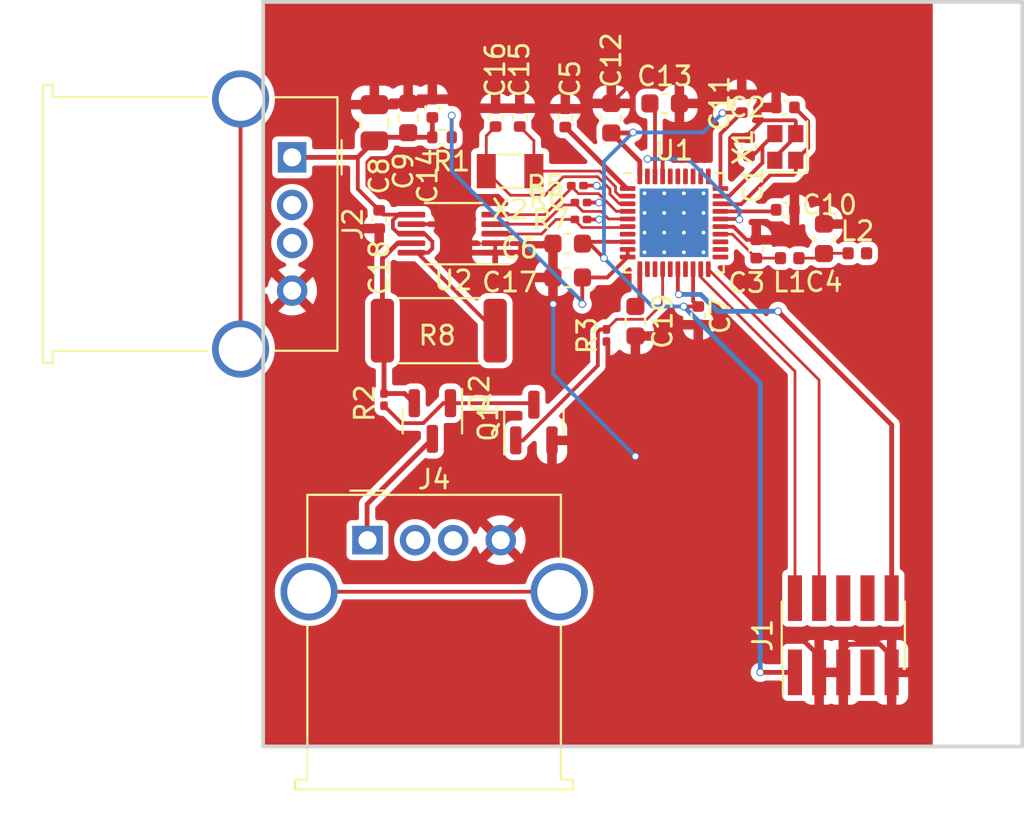
<source format=kicad_pcb>
(kicad_pcb (version 20221018) (generator pcbnew)
  (layers (0 "F.Cu" signal) (1 "In1.Cu" signal) (2 "In2.Cu" signal) (31 "B.Cu" signal) (34 "B.Paste" user) (35 "F.Paste" user) (36 "B.SilkS" user "B.Silkscreen") (37 "F.SilkS" user "F.Silkscreen") (38 "B.Mask" user) (39 "F.Mask" user) (44 "Edge.Cuts" user))
  (net 0 "")
  (net 1 "GND")
  (net 2 "Net-(U1-XL2{slash}P0.01)")
  (net 3 "Net-(U1-XL1{slash}P0.00)")
  (net 4 "Net-(U1-XC1)")
  (net 5 "Net-(U1-XC2)")
  (net 6 "VDD")
  (net 7 "Net-(U1-DEC4)")
  (net 8 "Net-(U1-DEC3)")
  (net 9 "Net-(U1-DECUSB)")
  (net 10 "Net-(U1-DEC1)")
  (net 11 "Net-(U1-VBUS)")
  (net 12 "Net-(U1-ANT)")
  (net 14 "VBUS")
  (net 15 "Net-(U1-AIN2{slash}P0.04)")
  (net 16 "Net-(U1-AIN3{slash}P0.05)")
  (net 17 "Net-(U1-P1.09)")
  (net 23 "Net-(J1-SWDIO{slash}TMS)")
  (net 25 "Net-(J1-SWDCLK{slash}TCK)")
  (net 39 "unconnected-(J2-Shield-Pad5)")
  (net 40 "Net-(Q2-S)")
  (net 41 "Net-(C4-Pad1)")
  (net 44 "Net-(J1-~{RESET})")
  (net 45 "Net-(J4-VBUS)")
  (net 48 "unconnected-(J4-Shield-Pad5)")
  (net 49 "/EN_PWR")
  (net 50 "Net-(Q1-D)")
  (footprint "Resistor_SMD:R_0201_0603Metric" (layer "F.Cu") (at 130.556 108.712 -90)
    (fp_text reference "R3" (at 0 1.016 90) (layer "F.SilkS"))
    (fp_text value "10k")
    (pad "1" smd roundrect (at -0.32 0 270) (size 0.46 0.4) (layers "F.Cu" "F.Mask") (net 49 "/EN_PWR"))
    (pad "2" smd roundrect (at 0.32 0 270) (size 0.46 0.4) (layers "F.Cu" "F.Mask") (net 1 "GND"))
  )
  (footprint "Capacitor_SMD:C_0402_1005Metric" (layer "F.Cu") (at 139.954 102.108)
    (fp_text reference "C10" (at 2.314 -0.254) (layer "F.SilkS"))
    (fp_text value "100 pF")
    (pad "1" smd roundrect (at -0.48 0) (size 0.56 0.62) (layers "F.Cu" "F.Paste" "F.Mask") (net 8 "Net-(U1-DEC3)"))
    (pad "2" smd roundrect (at 0.48 0) (size 0.56 0.62) (layers "F.Cu" "F.Paste" "F.Mask") (net 1 "GND"))
  )
  (footprint "Resistor_SMD:R_0402_1005Metric" (layer "F.Cu") (at 121.92 98.298)
    (fp_text reference "R1" (at 0.508 1.27) (layer "F.SilkS"))
    (fp_text value "2R2")
    (pad "1" smd roundrect (at -0.51 0) (size 0.54 0.64) (layers "F.Cu" "F.Paste" "F.Mask") (net 14 "VBUS"))
    (pad "2" smd roundrect (at 0.51 0) (size 0.54 0.64) (layers "F.Cu" "F.Paste" "F.Mask") (net 11 "Net-(U1-VBUS)"))
  )
  (footprint "Resistor_SMD:R_0201_0603Metric" (layer "F.Cu") (at 129.032 100.838 180)
    (fp_text reference "R5" (at 1.687 0) (layer "F.SilkS"))
    (fp_text value "10k")
    (pad "1" smd roundrect (at -0.32 0 180) (size 0.46 0.4) (layers "F.Cu" "F.Mask") (net 6 "VDD"))
    (pad "2" smd roundrect (at 0.32 0 180) (size 0.46 0.4) (layers "F.Cu" "F.Mask") (net 15 "Net-(U1-AIN2{slash}P0.04)"))
  )
  (footprint "Capacitor_SMD:C_0402_1005Metric" (layer "F.Cu") (at 121.412 96.774 90)
    (fp_text reference "C14" (at -3.556 -0.254 90) (layer "F.SilkS"))
    (fp_text value "100 nF")
    (pad "1" smd roundrect (at -0.48 0 90) (size 0.56 0.62) (layers "F.Cu" "F.Paste" "F.Mask") (net 14 "VBUS"))
    (pad "2" smd roundrect (at 0.48 0 90) (size 0.56 0.62) (layers "F.Cu" "F.Paste" "F.Mask") (net 1 "GND"))
  )
  (footprint "Connector_PinHeader_1.27mm:PinHeader_2x05_P1.27mm_Vertical_SMD" (layer "F.Cu") (at 143.002 124.46 90)
    (fp_text reference "J1" (at 0 -4.235 90) (layer "F.SilkS"))
    (fp_text value "Conn_ARM_JTAG_SWD_10")
    (pad "1" smd rect (at -1.95 -2.54 90) (size 2.4 0.74) (layers "F.Cu" "F.Paste" "F.Mask") (net 6 "VDD"))
    (pad "2" smd rect (at 1.95 -2.54 90) (size 2.4 0.74) (layers "F.Cu" "F.Paste" "F.Mask") (net 23 "Net-(J1-SWDIO{slash}TMS)"))
    (pad "3" smd rect (at -1.95 -1.27 90) (size 2.4 0.74) (layers "F.Cu" "F.Paste" "F.Mask") (net 1 "GND"))
    (pad "4" smd rect (at 1.95 -1.27 90) (size 2.4 0.74) (layers "F.Cu" "F.Paste" "F.Mask") (net 25 "Net-(J1-SWDCLK{slash}TCK)"))
    (pad "5" smd rect (at -1.95 0 90) (size 2.4 0.74) (layers "F.Cu" "F.Paste" "F.Mask") (net 1 "GND"))
    (pad "6" smd rect (at 1.95 0 90) (size 2.4 0.74) (layers "F.Cu" "F.Paste" "F.Mask"))
    (pad "7" smd rect (at -1.95 1.27 90) (size 2.4 0.74) (layers "F.Cu" "F.Paste" "F.Mask"))
    (pad "8" smd rect (at 1.95 1.27 90) (size 2.4 0.74) (layers "F.Cu" "F.Paste" "F.Mask"))
    (pad "9" smd rect (at -1.95 2.54 90) (size 2.4 0.74) (layers "F.Cu" "F.Paste" "F.Mask") (net 1 "GND"))
    (pad "10" smd rect (at 1.95 2.54 90) (size 2.4 0.74) (layers "F.Cu" "F.Paste" "F.Mask") (net 44 "Net-(J1-~{RESET})"))
  )
  (footprint "Package_TO_SOT_SMD:SOT-23" (layer "F.Cu") (at 121.412 113.2055 -90)
    (fp_text reference "Q2" (at -1.4455 -2.474 90) (layer "F.SilkS"))
    (fp_text value "IRML6401")
    (pad "1" smd roundrect (at -0.9375 -0.95 270) (size 1.475 0.6) (layers "F.Cu" "F.Paste" "F.Mask") (net 50 "Net-(Q1-D)"))
    (pad "2" smd roundrect (at -0.9375 0.95 270) (size 1.475 0.6) (layers "F.Cu" "F.Paste" "F.Mask") (net 40 "Net-(Q2-S)"))
    (pad "3" smd roundrect (at 0.9375 0 270) (size 1.475 0.6) (layers "F.Cu" "F.Paste" "F.Mask") (net 45 "Net-(J4-VBUS)"))
  )
  (footprint "Capacitor_SMD:C_0603_1608Metric" (layer "F.Cu") (at 128.524 105.664 180)
    (fp_text reference "C17" (at 3.048 -0.254) (layer "F.SilkS"))
    (fp_text value "4.7 uF")
    (pad "1" smd roundrect (at -0.775 0 180) (size 0.9 0.95) (layers "F.Cu" "F.Paste" "F.Mask") (net 11 "Net-(U1-VBUS)"))
    (pad "2" smd roundrect (at 0.775 0 180) (size 0.9 0.95) (layers "F.Cu" "F.Paste" "F.Mask") (net 1 "GND"))
  )
  (footprint "Inductor_SMD:L_0402_1005Metric" (layer "F.Cu") (at 140.185 104.648)
    (fp_text reference "L1" (at 0 1.27) (layer "F.SilkS"))
    (fp_text value "4.7 nH")
    (pad "1" smd roundrect (at -0.485 0) (size 0.59 0.64) (layers "F.Cu" "F.Paste" "F.Mask") (net 12 "Net-(U1-ANT)"))
    (pad "2" smd roundrect (at 0.485 0) (size 0.59 0.64) (layers "F.Cu" "F.Paste" "F.Mask") (net 41 "Net-(C4-Pad1)"))
  )
  (footprint "Crystal:Crystal_SMD_2016-4Pin_2.0x1.6mm" (layer "F.Cu") (at 139.954 98.806 90)
    (fp_text reference "X1" (at 0 -2.224 90) (layer "F.SilkS"))
    (fp_text value "32Mhz crystal")
    (pad "1" smd rect (at -0.7 0.55 90) (size 0.9 0.8) (layers "F.Cu" "F.Paste" "F.Mask") (net 4 "Net-(U1-XC1)"))
    (pad "2" smd rect (at 0.7 0.55 90) (size 0.9 0.8) (layers "F.Cu" "F.Paste" "F.Mask") (net 1 "GND"))
    (pad "3" smd rect (at 0.7 -0.55 90) (size 0.9 0.8) (layers "F.Cu" "F.Paste" "F.Mask") (net 5 "Net-(U1-XC2)"))
    (pad "4" smd rect (at -0.7 -0.55 90) (size 0.9 0.8) (layers "F.Cu" "F.Paste" "F.Mask") (net 1 "GND"))
  )
  (footprint "Connector_USB:USB_A_Molex_67643_Horizontal" (layer "F.Cu") (at 114.046 99.354 -90)
    (fp_text reference "J2" (at 3.5 -3.19 90) (layer "F.SilkS"))
    (fp_text value "USB_A")
    (pad "1" thru_hole rect (at 0 0 270) (size 1.6 1.5) (drill 0.95) (layers "*.Cu" "*.Mask") (net 14 "VBUS"))
    (pad "2" thru_hole circle (at 2.5 0 270) (size 1.6 1.6) (drill 0.95) (layers "*.Cu" "*.Mask"))
    (pad "3" thru_hole circle (at 4.5 0 270) (size 1.6 1.6) (drill 0.95) (layers "*.Cu" "*.Mask"))
    (pad "4" thru_hole circle (at 7 0 270) (size 1.6 1.6) (drill 0.95) (layers "*.Cu" "*.Mask") (net 1 "GND"))
    (pad "5" thru_hole circle (at -3.07 2.71 270) (size 3 3) (drill 2.3) (layers "*.Cu" "*.Mask") (net 39 "unconnected-(J2-Shield-Pad5)"))
    (pad "5" thru_hole circle (at 10.07 2.71 270) (size 3 3) (drill 2.3) (layers "*.Cu" "*.Mask") (net 39 "unconnected-(J2-Shield-Pad5)"))
  )
  (footprint "Resistor_SMD:R_2512_6332Metric" (layer "F.Cu") (at 121.7515 108.458 180)
    (fp_text reference "R8" (at 0.0855 -0.254) (layer "F.SilkS"))
    (fp_text value "LRP12FTDSR020")
    (pad "1" smd roundrect (at -2.9625 0 180) (size 1.225 3.35) (layers "F.Cu" "F.Paste" "F.Mask") (roundrect_rratio 0.2040816327) (net 14 "VBUS"))
    (pad "2" smd roundrect (at 2.9625 0 180) (size 1.225 3.35) (layers "F.Cu" "F.Paste" "F.Mask") (roundrect_rratio 0.2040816327) (net 40 "Net-(Q2-S)"))
  )
  (footprint "Inductor_SMD:L_0402_1005Metric" (layer "F.Cu") (at 143.741 104.394)
    (fp_text reference "L2" (at 0 -1.17) (layer "F.SilkS"))
    (fp_text value "2.2 nH")
    (pad "1" smd roundrect (at -0.485 0) (size 0.59 0.64) (layers "F.Cu" "F.Paste" "F.Mask") (net 41 "Net-(C4-Pad1)"))
    (pad "2" smd roundrect (at 0.485 0) (size 0.59 0.64) (layers "F.Cu" "F.Paste" "F.Mask"))
  )
  (footprint "Crystal:Crystal_SMD_3215-2Pin_3.2x1.5mm" (layer "F.Cu") (at 125.496 100.076 180)
    (fp_text reference "X2" (at 0 -2) (layer "F.SilkS"))
    (fp_text value "32.768kHz crystal")
    (pad "1" smd rect (at 1.25 0 180) (size 1 1.8) (layers "F.Cu" "F.Paste" "F.Mask") (net 2 "Net-(U1-XL2{slash}P0.01)"))
    (pad "2" smd rect (at -1.25 0 180) (size 1 1.8) (layers "F.Cu" "F.Paste" "F.Mask") (net 3 "Net-(U1-XL1{slash}P0.00)"))
  )
  (footprint "Package_TO_SOT_SMD:SOT-23" (layer "F.Cu") (at 126.746 113.284 90)
    (fp_text reference "Q1" (at 0 -2.4 90) (layer "F.SilkS"))
    (fp_text value "2N7002")
    (pad "1" smd roundrect (at -0.9375 -0.95 90) (size 1.475 0.6) (layers "F.Cu" "F.Paste" "F.Mask") (net 49 "/EN_PWR"))
    (pad "2" smd roundrect (at -0.9375 0.95 90) (size 1.475 0.6) (layers "F.Cu" "F.Paste" "F.Mask") (net 1 "GND"))
    (pad "3" smd roundrect (at 0.9375 0 90) (size 1.475 0.6) (layers "F.Cu" "F.Paste" "F.Mask") (net 50 "Net-(Q1-D)"))
  )
  (footprint "Capacitor_SMD:C_0402_1005Metric" (layer "F.Cu") (at 138.43 104.168 90)
    (fp_text reference "C3" (at -1.778 -0.508 180) (layer "F.SilkS"))
    (fp_text value "1.0 pF")
    (pad "1" smd roundrect (at -0.48 0 90) (size 0.56 0.62) (layers "F.Cu" "F.Paste" "F.Mask") (net 12 "Net-(U1-ANT)"))
    (pad "2" smd roundrect (at 0.48 0 90) (size 0.56 0.62) (layers "F.Cu" "F.Paste" "F.Mask") (net 1 "GND"))
  )
  (footprint "Package_DFN_QFN:QFN-40-1EP_5x5mm_P0.4mm_EP3.6x3.6mm_ThermalVias" (layer "F.Cu") (at 134.11 102.79)
    (fp_text reference "U1" (at 0 -3.8) (layer "F.SilkS"))
    (fp_text value "nRF52833-QDxx")
    (pad "1" smd roundrect (at -2.4375 -1.8) (size 0.825 0.25) (layers "F.Cu" "F.Paste" "F.Mask") (net 10 "Net-(U1-DEC1)"))
    (pad "2" smd roundrect (at -2.4375 -1.4) (size 0.825 0.25) (layers "F.Cu" "F.Paste" "F.Mask") (net 3 "Net-(U1-XL1{slash}P0.00)"))
    (pad "3" smd roundrect (at -2.4375 -1) (size 0.825 0.25) (layers "F.Cu" "F.Paste" "F.Mask") (net 2 "Net-(U1-XL2{slash}P0.01)"))
    (pad "4" smd roundrect (at -2.4375 -0.6) (size 0.825 0.25) (layers "F.Cu" "F.Paste" "F.Mask") (net 15 "Net-(U1-AIN2{slash}P0.04)"))
    (pad "5" smd roundrect (at -2.4375 -0.2) (size 0.825 0.25) (layers "F.Cu" "F.Paste" "F.Mask") (net 16 "Net-(U1-AIN3{slash}P0.05)"))
    (pad "6" smd roundrect (at -2.4375 0.2) (size 0.825 0.25) (layers "F.Cu" "F.Paste" "F.Mask") (net 17 "Net-(U1-P1.09)"))
    (pad "7" smd roundrect (at -2.4375 0.6) (size 0.825 0.25) (layers "F.Cu" "F.Paste" "F.Mask"))
    (pad "8" smd roundrect (at -2.4375 1) (size 0.825 0.25) (layers "F.Cu" "F.Paste" "F.Mask") (net 6 "VDD"))
    (pad "9" smd roundrect (at -2.4375 1.4) (size 0.825 0.25) (layers "F.Cu" "F.Paste" "F.Mask") (net 11 "Net-(U1-VBUS)"))
    (pad "10" smd roundrect (at -2.4375 1.8) (size 0.825 0.25) (layers "F.Cu" "F.Paste" "F.Mask") (net 11 "Net-(U1-VBUS)"))
    (pad "11" smd roundrect (at -1.8 2.4375) (size 0.25 0.825) (layers "F.Cu" "F.Paste" "F.Mask") (net 9 "Net-(U1-DECUSB)"))
    (pad "12" smd roundrect (at -1.4 2.4375) (size 0.25 0.825) (layers "F.Cu" "F.Paste" "F.Mask"))
    (pad "13" smd roundrect (at -1 2.4375) (size 0.25 0.825) (layers "F.Cu" "F.Paste" "F.Mask"))
    (pad "14" smd roundrect (at -0.6 2.4375) (size 0.25 0.825) (layers "F.Cu" "F.Paste" "F.Mask") (net 49 "/EN_PWR"))
    (pad "15" smd roundrect (at -0.2 2.4375) (size 0.25 0.825) (layers "F.Cu" "F.Paste" "F.Mask"))
    (pad "16" smd roundrect (at 0.2 2.4375) (size 0.25 0.825) (layers "F.Cu" "F.Paste" "F.Mask") (net 44 "Net-(J1-~{RESET})"))
    (pad "17" smd roundrect (at 0.6 2.4375) (size 0.25 0.825) (layers "F.Cu" "F.Paste" "F.Mask"))
    (pad "18" smd roundrect (at 1 2.4375) (size 0.25 0.825) (layers "F.Cu" "F.Paste" "F.Mask") (net 6 "VDD"))
    (pad "19" smd roundrect (at 1.4 2.4375) (size 0.25 0.825) (layers "F.Cu" "F.Paste" "F.Mask") (net 23 "Net-(J1-SWDIO{slash}TMS)"))
    (pad "20" smd roundrect (at 1.8 2.4375) (size 0.25 0.825) (layers "F.Cu" "F.Paste" "F.Mask") (net 25 "Net-(J1-SWDCLK{slash}TCK)"))
    (pad "21" smd roundrect (at 2.4375 1.8) (size 0.825 0.25) (layers "F.Cu" "F.Paste" "F.Mask"))
    (pad "22" smd roundrect (at 2.4375 1.4) (size 0.825 0.25) (layers "F.Cu" "F.Paste" "F.Mask"))
    (pad "23" smd roundrect (at 2.4375 1) (size 0.825 0.25) (layers "F.Cu" "F.Paste" "F.Mask"))
    (pad "24" smd roundrect (at 2.4375 0.6) (size 0.825 0.25) (layers "F.Cu" "F.Paste" "F.Mask") (net 12 "Net-(U1-ANT)"))
    (pad "25" smd roundrect (at 2.4375 0.2) (size 0.825 0.25) (layers "F.Cu" "F.Paste" "F.Mask") (net 1 "GND"))
    (pad "26" smd roundrect (at 2.4375 -0.2) (size 0.825 0.25) (layers "F.Cu" "F.Paste" "F.Mask") (net 7 "Net-(U1-DEC4)"))
    (pad "27" smd roundrect (at 2.4375 -0.6) (size 0.825 0.25) (layers "F.Cu" "F.Paste" "F.Mask") (net 8 "Net-(U1-DEC3)"))
    (pad "28" smd roundrect (at 2.4375 -1) (size 0.825 0.25) (layers "F.Cu" "F.Paste" "F.Mask") (net 4 "Net-(U1-XC1)"))
    (pad "29" smd roundrect (at 2.4375 -1.4) (size 0.825 0.25) (layers "F.Cu" "F.Paste" "F.Mask") (net 5 "Net-(U1-XC2)"))
    (pad "30" smd roundrect (at 2.4375 -1.8) (size 0.825 0.25) (layers "F.Cu" "F.Paste" "F.Mask") (net 6 "VDD"))
    (pad "31" smd roundrect (at 1.8 -2.4375) (size 0.25 0.825) (layers "F.Cu" "F.Paste" "F.Mask"))
    (pad "32" smd roundrect (at 1.4 -2.4375) (size 0.25 0.825) (layers "F.Cu" "F.Paste" "F.Mask"))
    (pad "33" smd roundrect (at 1 -2.4375) (size 0.25 0.825) (layers "F.Cu" "F.Paste" "F.Mask"))
    (pad "34" smd roundrect (at 0.6 -2.4375) (size 0.25 0.825) (layers "F.Cu" "F.Paste" "F.Mask"))
    (pad "35" smd roundrect (at 0.2 -2.4375) (size 0.25 0.825) (layers "F.Cu" "F.Paste" "F.Mask"))
    (pad "36" smd roundrect (at -0.2 -2.4375) (size 0.25 0.825) (layers "F.Cu" "F.Paste" "F.Mask"))
    (pad "37" smd roundrect (at -0.6 -2.4375) (size 0.25 0.825) (layers "F.Cu" "F.Paste" "F.Mask") (net 1 "GND"))
    (pad "38" smd roundrect (at -1 -2.4375) (size 0.25 0.825) (layers "F.Cu" "F.Paste" "F.Mask") (net 7 "Net-(U1-DEC4)"))
    (pad "39" smd roundrect (at -1.4 -2.4375) (size 0.25 0.825) (layers "F.Cu" "F.Paste" "F.Mask"))
    (pad "40" smd roundrect (at -1.8 -2.4375) (size 0.25 0.825) (layers "F.Cu" "F.Paste" "F.Mask") (net 6 "VDD"))
    (pad "41" thru_hole circle (at -1.55 -1.55) (size 0.5 0.5) (drill 0.2) (layers "*.Cu"))
    (pad "41" thru_hole circle (at -1.55 -0.516667) (size 0.5 0.5) (drill 0.2) (layers "*.Cu"))
    (pad "41" thru_hole circle (at -1.55 0.516667) (size 0.5 0.5) (drill 0.2) (layers "*.Cu"))
    (pad "41" thru_hole circle (at -1.55 1.55) (size 0.5 0.5) (drill 0.2) (layers "*.Cu"))
    (pad "41" thru_hole circle (at -0.516667 -1.55) (size 0.5 0.5) (drill 0.2) (layers "*.Cu"))
    (pad "41" thru_hole circle (at -0.516667 -0.516667) (size 0.5 0.5) (drill 0.2) (layers "*.Cu"))
    (pad "41" thru_hole circle (at -0.516667 0.516667) (size 0.5 0.5) (drill 0.2) (layers "*.Cu"))
    (pad "41" thru_hole circle (at -0.516667 1.55) (size 0.5 0.5) (drill 0.2) (layers "*.Cu"))
    (pad "41" smd rect (at 0 0) (size 3.6 3.6) (layers "F.Cu" "F.Mask"))
    (pad "41" smd rect (at 0 0) (size 3.6 3.6) (layers "B.Cu"))
    (pad "41" thru_hole circle (at 0.516667 -1.55) (size 0.5 0.5) (drill 0.2) (layers "*.Cu"))
    (pad "41" thru_hole circle (at 0.516667 -0.516667) (size 0.5 0.5) (drill 0.2) (layers "*.Cu"))
    (pad "41" thru_hole circle (at 0.516667 0.516667) (size 0.5 0.5) (drill 0.2) (layers "*.Cu"))
    (pad "41" thru_hole circle (at 0.516667 1.55) (size 0.5 0.5) (drill 0.2) (layers "*.Cu"))
    (pad "41" thru_hole circle (at 1.55 -1.55) (size 0.5 0.5) (drill 0.2) (layers "*.Cu"))
    (pad "41" thru_hole circle (at 1.55 -0.516667) (size 0.5 0.5) (drill 0.2) (layers "*.Cu"))
    (pad "41" thru_hole circle (at 1.55 0.516667) (size 0.5 0.5) (drill 0.2) (layers "*.Cu"))
    (pad "41" thru_hole circle (at 1.55 1.55) (size 0.5 0.5) (drill 0.2) (layers "*.Cu"))
  )
  (footprint "Capacitor_SMD:C_0402_1005Metric" (layer "F.Cu") (at 139.954 96.73)
    (fp_text reference "C2" (at -2.004 0) (layer "F.SilkS"))
    (fp_text value "12 pF")
    (pad "1" smd roundrect (at -0.48 0) (size 0.56 0.62) (layers "F.Cu" "F.Paste" "F.Mask") (net 1 "GND"))
    (pad "2" smd roundrect (at 0.48 0) (size 0.56 0.62) (layers "F.Cu" "F.Paste" "F.Mask") (net 4 "Net-(U1-XC1)"))
  )
  (footprint "Capacitor_SMD:C_0603_1608Metric" (layer "F.Cu") (at 128.524 103.886 180)
    (fp_text reference "C6" (at 2.54 -0.254) (layer "F.SilkS"))
    (fp_text value "4.7 uF")
    (pad "1" smd roundrect (at -0.775 0 180) (size 0.9 0.95) (layers "F.Cu" "F.Paste" "F.Mask") (net 6 "VDD"))
    (pad "2" smd roundrect (at 0.775 0 180) (size 0.9 0.95) (layers "F.Cu" "F.Paste" "F.Mask") (net 1 "GND"))
  )
  (footprint "Resistor_SMD:R_0201_0603Metric" (layer "F.Cu") (at 129.22 101.727 180)
    (fp_text reference "R6" (at 1.778 0.254) (layer "F.SilkS"))
    (fp_text value "10k")
    (pad "1" smd roundrect (at -0.32 0 180) (size 0.46 0.4) (layers "F.Cu" "F.Mask") (net 6 "VDD"))
    (pad "2" smd roundrect (at 0.32 0 180) (size 0.46 0.4) (layers "F.Cu" "F.Mask") (net 16 "Net-(U1-AIN3{slash}P0.05)"))
  )
  (footprint "Capacitor_SMD:C_0402_1005Metric" (layer "F.Cu") (at 124.734 97.254 -90)
    (fp_text reference "C16" (at -2.512 0.02 90) (layer "F.SilkS"))
    (fp_text value "12 pF")
    (pad "1" smd roundrect (at -0.48 0 270) (size 0.56 0.62) (layers "F.Cu" "F.Paste" "F.Mask") (net 1 "GND"))
    (pad "2" smd roundrect (at 0.48 0 270) (size 0.56 0.62) (layers "F.Cu" "F.Paste" "F.Mask") (net 2 "Net-(U1-XL2{slash}P0.01)"))
  )
  (footprint "Capacitor_SMD:C_0402_1005Metric" (layer "F.Cu") (at 135.382 107.668 -90)
    (fp_text reference "C7" (at 0 -1.16 90) (layer "F.SilkS"))
    (fp_text value "100 nF")
    (pad "1" smd roundrect (at -0.48 0 270) (size 0.56 0.62) (layers "F.Cu" "F.Paste" "F.Mask") (net 6 "VDD"))
    (pad "2" smd roundrect (at 0.48 0 270) (size 0.56 0.62) (layers "F.Cu" "F.Paste" "F.Mask") (net 1 "GND"))
  )
  (footprint "Capacitor_SMD:C_0603_1608Metric" (layer "F.Cu") (at 120.142 97.282 90)
    (fp_text reference "C9" (at -2.794 -0.254 90) (layer "F.SilkS"))
    (fp_text value "10 nF")
    (pad "1" smd roundrect (at -0.775 0 90) (size 0.9 0.95) (layers "F.Cu" "F.Paste" "F.Mask") (net 14 "VBUS"))
    (pad "2" smd roundrect (at 0.775 0 90) (size 0.9 0.95) (layers "F.Cu" "F.Paste" "F.Mask") (net 1 "GND"))
  )
  (footprint "Package_SO:VSSOP-10_3x3mm_P0.5mm" (layer "F.Cu") (at 122.514 103.362 180)
    (fp_text reference "U2" (at 0 -2.45) (layer "F.SilkS"))
    (fp_text value "INA226")
    (pad "1" smd roundrect (at -2.2 -1 180) (size 1.45 0.3) (layers "F.Cu" "F.Paste" "F.Mask") (net 1 "GND"))
    (pad "2" smd roundrect (at -2.2 -0.5 180) (size 1.45 0.3) (layers "F.Cu" "F.Paste" "F.Mask") (net 1 "GND"))
    (pad "3" smd roundrect (at -2.2 0 180) (size 1.45 0.3) (layers "F.Cu" "F.Paste" "F.Mask") (net 17 "Net-(U1-P1.09)"))
    (pad "4" smd roundrect (at -2.2 0.5 180) (size 1.45 0.3) (layers "F.Cu" "F.Paste" "F.Mask") (net 16 "Net-(U1-AIN3{slash}P0.05)"))
    (pad "5" smd roundrect (at -2.2 1 180) (size 1.45 0.3) (layers "F.Cu" "F.Paste" "F.Mask") (net 15 "Net-(U1-AIN2{slash}P0.04)"))
    (pad "6" smd roundrect (at 2.2 1 180) (size 1.45 0.3) (layers "F.Cu" "F.Paste" "F.Mask") (net 14 "VBUS"))
    (pad "7" smd roundrect (at 2.2 0.5 180) (size 1.45 0.3) (layers "F.Cu" "F.Paste" "F.Mask") (net 1 "GND"))
    (pad "8" smd roundrect (at 2.2 0 180) (size 1.45 0.3) (layers "F.Cu" "F.Paste" "F.Mask") (net 14 "VBUS"))
    (pad "9" smd roundrect (at 2.2 -0.5 180) (size 1.45 0.3) (layers "F.Cu" "F.Paste" "F.Mask") (net 40 "Net-(Q2-S)"))
    (pad "10" smd roundrect (at 2.2 -1 180) (size 1.45 0.3) (layers "F.Cu" "F.Paste" "F.Mask") (net 14 "VBUS"))
  )
  (footprint "Resistor_SMD:R_0201_0603Metric" (layer "F.Cu") (at 129.22 102.616 180)
    (fp_text reference "R7" (at 1.59 0) (layer "F.SilkS"))
    (fp_text value "10k")
    (pad "1" smd roundrect (at -0.32 0 180) (size 0.46 0.4) (layers "F.Cu" "F.Mask") (net 6 "VDD"))
    (pad "2" smd roundrect (at 0.32 0 180) (size 0.46 0.4) (layers "F.Cu" "F.Mask") (net 17 "Net-(U1-P1.09)"))
  )
  (footprint "Capacitor_SMD:C_0603_1608Metric" (layer "F.Cu") (at 130.81 97.295 90)
    (fp_text reference "C12" (at 3.048 0 90) (layer "F.SilkS"))
    (fp_text value "1.0 uF")
    (pad "1" smd roundrect (at -0.775 0 90) (size 0.9 0.95) (layers "F.Cu" "F.Paste" "F.Mask") (net 6 "VDD"))
    (pad "2" smd roundrect (at 0.775 0 90) (size 0.9 0.95) (layers "F.Cu" "F.Paste" "F.Mask") (net 1 "GND"))
  )
  (footprint "Capacitor_SMD:C_0805_2012Metric" (layer "F.Cu") (at 118.364 97.536 90)
    (fp_text reference "C8" (at -2.794 0.254 90) (layer "F.SilkS"))
    (fp_text value "10 uF")
    (pad "1" smd roundrect (at -0.95 0 90) (size 1 1.45) (layers "F.Cu" "F.Paste" "F.Mask") (net 14 "VBUS"))
    (pad "2" smd roundrect (at 0.95 0 90) (size 1 1.45) (layers "F.Cu" "F.Paste" "F.Mask") (net 1 "GND"))
  )
  (footprint "Capacitor_SMD:C_0402_1005Metric" (layer "F.Cu") (at 128.397 97.282 -90)
    (fp_text reference "C5" (at -2.06 -0.254 90) (layer "F.SilkS"))
    (fp_text value "100 nF")
    (pad "1" smd roundrect (at -0.48 0 270) (size 0.56 0.62) (layers "F.Cu" "F.Paste" "F.Mask") (net 1 "GND"))
    (pad "2" smd roundrect (at 0.48 0 270) (size 0.56 0.62) (layers "F.Cu" "F.Paste" "F.Mask") (net 10 "Net-(U1-DEC1)"))
  )
  (footprint "Capacitor_SMD:C_0603_1608Metric" (layer "F.Cu") (at 133.617 96.52)
    (fp_text reference "C13" (at 0 -1.43) (layer "F.SilkS"))
    (fp_text value "1.0 uF")
    (pad "1" smd roundrect (at -0.775 0) (size 0.9 0.95) (layers "F.Cu" "F.Paste" "F.Mask") (net 7 "Net-(U1-DEC4)"))
    (pad "2" smd roundrect (at 0.775 0) (size 0.9 0.95) (layers "F.Cu" "F.Paste" "F.Mask") (net 1 "GND"))
  )
  (footprint "Capacitor_SMD:C_0603_1608Metric" (layer "F.Cu") (at 141.986 103.632 90)
    (fp_text reference "C4" (at -2.273 0 180) (layer "F.SilkS"))
    (fp_text value "1.2 pF")
    (pad "1" smd roundrect (at -0.775 0 90) (size 0.9 0.95) (layers "F.Cu" "F.Paste" "F.Mask") (net 41 "Net-(C4-Pad1)"))
    (pad "2" smd roundrect (at 0.775 0 90) (size 0.9 0.95) (layers "F.Cu" "F.Paste" "F.Mask") (net 1 "GND"))
  )
  (footprint "Capacitor_SMD:C_0603_1608Metric" (layer "F.Cu") (at 132.08 107.963 -90)
    (fp_text reference "C19" (at 0 -1.43 90) (layer "F.SilkS"))
    (fp_text value "4.7 uF")
    (pad "1" smd roundrect (at -0.775 0 270) (size 0.9 0.95) (layers "F.Cu" "F.Paste" "F.Mask") (net 9 "Net-(U1-DECUSB)"))
    (pad "2" smd roundrect (at 0.775 0 270) (size 0.9 0.95) (layers "F.Cu" "F.Paste" "F.Mask") (net 1 "GND"))
  )
  (footprint "Capacitor_SMD:C_0402_1005Metric" (layer "F.Cu") (at 118.618 102.616 -90)
    (fp_text reference "C18" (at 2.54 0 90) (layer "F.SilkS"))
    (fp_text value "100 nF")
    (pad "1" smd roundrect (at -0.48 0 270) (size 0.56 0.62) (layers "F.Cu" "F.Paste" "F.Mask") (net 14 "VBUS"))
    (pad "2" smd roundrect (at 0.48 0 270) (size 0.56 0.62) (layers "F.Cu" "F.Paste" "F.Mask") (net 1 "GND"))
  )
  (footprint "Capacitor_SMD:C_0402_1005Metric" (layer "F.Cu") (at 138.049 98.806 -90)
    (fp_text reference "C1" (at 2.004 -0.21 90) (layer "F.SilkS"))
    (fp_text value "12 pF")
    (pad "1" smd roundrect (at -0.48 0 270) (size 0.56 0.62) (layers "F.Cu" "F.Paste" "F.Mask") (net 1 "GND"))
    (pad "2" smd roundrect (at 0.48 0 270) (size 0.56 0.62) (layers "F.Cu" "F.Paste" "F.Mask") (net 5 "Net-(U1-XC2)"))
  )
  (footprint "Capacitor_SMD:C_0402_1005Metric" (layer "F.Cu") (at 137.668 96.52 90)
    (fp_text reference "C11" (at 0 -1.16 90) (layer "F.SilkS"))
    (fp_text value "100 nF")
    (pad "1" smd roundrect (at -0.48 0 90) (size 0.56 0.62) (layers "F.Cu" "F.Paste" "F.Mask") (net 6 "VDD"))
    (pad "2" smd roundrect (at 0.48 0 90) (size 0.56 0.62) (layers "F.Cu" "F.Paste" "F.Mask") (net 1 "GND"))
  )
  (footprint "Capacitor_SMD:C_0402_1005Metric" (layer "F.Cu") (at 126.004 97.254 -90)
    (fp_text reference "C15" (at -2.512 0.02 90) (layer "F.SilkS"))
    (fp_text value "12 pF")
    (pad "1" smd roundrect (at -0.48 0 270) (size 0.56 0.62) (layers "F.Cu" "F.Paste" "F.Mask") (net 1 "GND"))
    (pad "2" smd roundrect (at 0.48 0 270) (size 0.56 0.62) (layers "F.Cu" "F.Paste" "F.Mask") (net 3 "Net-(U1-XL1{slash}P0.00)"))
  )
  (footprint "Resistor_SMD:R_0201_0603Metric" (layer "F.Cu") (at 118.872 112.08 -90)
    (fp_text reference "R2" (at 0.188 1.016 90) (layer "F.SilkS"))
    (fp_text value "10k")
    (pad "1" smd roundrect (at -0.32 0 270) (size 0.46 0.4) (layers "F.Cu" "F.Mask") (net 40 "Net-(Q2-S)"))
    (pad "2" smd roundrect (at 0.32 0 270) (size 0.46 0.4) (layers "F.Cu" "F.Mask") (net 50 "Net-(Q1-D)"))
  )
  (footprint "Connector_USB:USB_A_Molex_67643_Horizontal" (layer "F.Cu") (at 118.005 119.464)
    (fp_text reference "J4" (at 3.5 -3.19) (layer "F.SilkS"))
    (fp_text value "USB_A")
    (pad "1" thru_hole rect (at 0 0) (size 1.6 1.5) (drill 0.95) (layers "*.Cu" "*.Mask") (net 45 "Net-(J4-VBUS)"))
    (pad "2" thru_hole circle (at 2.5 0) (size 1.6 1.6) (drill 0.95) (layers "*.Cu" "*.Mask"))
    (pad "3" thru_hole circle (at 4.5 0) (size 1.6 1.6) (drill 0.95) (layers "*.Cu" "*.Mask"))
    (pad "4" thru_hole circle (at 7 0) (size 1.6 1.6) (drill 0.95) (layers "*.Cu" "*.Mask") (net 1 "GND"))
    (pad "5" thru_hole circle (at -3.07 2.71) (size 3 3) (drill 2.3) (layers "*.Cu" "*.Mask") (net 48 "unconnected-(J4-Shield-Pad5)"))
    (pad "5" thru_hole circle (at 10.07 2.71) (size 3 3) (drill 2.3) (layers "*.Cu" "*.Mask") (net 48 "unconnected-(J4-Shield-Pad5)"))
  )
  (gr_rect (start 112.522 91.186) (end 152.4 130.302) (stroke (width 0.2)) (fill none) (layer "Edge.Cuts"))
  (segment (start 141.732 126.41) (end 141.732 126.492) (width 0.254) (layer "F.Cu") (net 1))
  (segment (start 138.754 97.406) (end 138.049 98.111) (width 0.2) (layer "F.Cu") (net 1))
  (segment (start 140.504 97.456) (end 140.454 97.406) (width 0.2) (layer "F.Cu") (net 1))
  (segment (start 140.504 98.106) (end 140.504 98.256) (width 0.2) (layer "F.Cu") (net 1))
  (segment (start 137.235084 102.997) (end 137.926084 103.688) (width 0.2) (layer "F.Cu") (net 1))
  (segment (start 128.369 96.774) (end 128.397 96.802) (width 0.2) (layer "F.Cu") (net 1))
  (segment (start 127.7745 114.3) (end 127.696 114.2215) (width 0.2) (layer "F.Cu") (net 1))
  (segment (start 120.355 96.294) (end 120.142 96.507) (width 0.2) (layer "F.Cu") (net 1))
  (segment (start 124.714 103.862) (end 124.714 104.362) (width 0.2) (layer "F.Cu") (net 1))
  (segment (start 130.81 96.52) (end 131.535 95.795) (width 0.2) (layer "F.Cu") (net 1))
  (segment (start 143.002 125.222) (end 143.002 126.41) (width 0.254) (layer "F.Cu") (net 1))
  (segment (start 120.314 102.862) (end 121.912 102.862) (width 0.2) (layer "F.Cu") (net 1))
  (segment (start 127.725 103.862) (end 127.749 103.886) (width 0.2) (layer "F.Cu") (net 1))
  (segment (start 145.542 125.556) (end 144.919 124.933) (width 0.254) (layer "F.Cu") (net 1))
  (segment (start 131.786 109.032) (end 132.08 108.738) (width 0.2) (layer "F.Cu") (net 1))
  (segment (start 137.926084 103.688) (end 138.43 103.688) (width 0.2) (layer "F.Cu") (net 1))
  (segment (start 120.063 96.586) (end 120.142 96.507) (width 0.2) (layer "F.Cu") (net 1))
  (segment (start 127.749 105.664) (end 127.749 105.778) (width 0.2) (layer "F.Cu") (net 1))
  (segment (start 141.859 126.619) (end 141.859 125.683) (width 0.254) (layer "F.Cu") (net 1))
  (segment (start 127.749 105.778) (end 127.762 105.791) (width 0.2) (layer "F.Cu") (net 1))
  (segment (start 145.542 126.41) (end 145.542 125.556) (width 0.254) (layer "F.Cu") (net 1))
  (segment (start 127.696 114.2215) (end 127.722 114.2475) (width 0.254) (layer "F.Cu") (net 1))
  (segment (start 140.89 124.714) (end 140.542 124.714) (width 0.254) (layer "F.Cu") (net 1))
  (segment (start 136.645 102.99) (end 136.652 102.997) (width 0.2) (layer "F.Cu") (net 1))
  (segment (start 138.049 98.111) (end 138.049 98.326) (width 0.2) (layer "F.Cu") (net 1))
  (segment (start 127.749 103.886) (end 127.749 105.664) (width 0.2) (layer "F.Cu") (net 1))
  (segment (start 144.919 124.933) (end 143.291 124.933) (width 0.254) (layer "F.Cu") (net 1))
  (segment (start 136.5475 102.99) (end 136.645 102.99) (width 0.2) (layer "F.Cu") (net 1))
  (segment (start 121.912 102.862) (end 121.92 102.87) (width 0.2) (layer "F.Cu") (net 1))
  (segment (start 141.732 126.41) (end 143.002 126.41) (width 0.254) (layer "F.Cu") (net 1))
  (segment (start 139.404 99.356) (end 139.404 99.506) (width 0.2) (layer "F.Cu") (net 1))
  (segment (start 140.504 98.256) (end 139.404 99.356) (width 0.2) (layer "F.Cu") (net 1))
  (segment (start 138.049 98.326) (end 138.148 98.326) (width 0.2) (layer "F.Cu") (net 1))
  (segment (start 143.291 124.933) (end 143.002 125.222) (width 0.254) (layer "F.Cu") (net 1))
  (segment (start 127.762 105.791) (end 127.762 107.061) (width 0.2) (layer "F.Cu") (net 1))
  (segment (start 141.732 126.492) (end 141.859 126.619) (width 0.254) (layer "F.Cu") (net 1))
  (segment (start 140.504 98.106) (end 140.504 97.456) (width 0.2) (layer "F.Cu") (net 1))
  (segment (start 130.528 96.802) (end 130.81 96.52) (width 0.2) (layer "F.Cu") (net 1))
  (segment (start 141.859 125.683) (end 140.89 124.714) (width 0.254) (layer "F.Cu") (net 1))
  (segment (start 136.652 102.997) (end 137.235084 102.997) (width 0.2) (layer "F.Cu") (net 1))
  (segment (start 140.454 97.406) (end 138.754 97.406) (width 0.2) (layer "F.Cu") (net 1))
  (segment (start 133.51 100.3525) (end 133.51 99.281) (width 0.2) (layer "F.Cu") (net 1))
  (via (at 132.08 115.062) (size 0.4) (drill 0.3) (layers "F.Cu" "B.Cu") (net 1))
  (via (at 127.762 107.061) (size 0.4) (drill 0.3) (layers "F.Cu" "B.Cu") (net 1))
  (segment (start 127.762 110.744) (end 127.762 107.061) (width 0.2) (layer "B.Cu") (net 1))
  (segment (start 132.08 115.062) (end 127.762 110.744) (width 0.2) (layer "B.Cu") (net 1))
  (segment (start 130.7425 101.292744) (end 130.7425 101.018962) (width 0.145) (layer "F.Cu") (net 2))
  (segment (start 131.6725 101.79) (end 131.239756 101.79) (width 0.145) (layer "F.Cu") (net 2))
  (segment (start 124.246 100.076) (end 124.246 98.222) (width 0.145) (layer "F.Cu") (net 2))
  (segment (start 124.246 98.222) (end 124.734 97.734) (width 0.145) (layer "F.Cu") (net 2))
  (segment (start 128.296 100.371) (end 127.321 101.346) (width 0.145) (layer "F.Cu") (net 2))
  (segment (start 130.7425 101.018962) (end 130.094538 100.371) (width 0.145) (layer "F.Cu") (net 2))
  (segment (start 130.094538 100.371) (end 128.296 100.371) (width 0.145) (layer "F.Cu") (net 2))
  (segment (start 125.516 101.346) (end 124.246 100.076) (width 0.145) (layer "F.Cu") (net 2))
  (segment (start 131.239756 101.79) (end 130.7425 101.292744) (width 0.145) (layer "F.Cu") (net 2))
  (segment (start 127.321 101.346) (end 125.516 101.346) (width 0.145) (layer "F.Cu") (net 2))
  (segment (start 126.746 100.076) (end 126.746 98.476) (width 0.145) (layer "F.Cu") (net 3))
  (segment (start 126.746 100.076) (end 130.216732 100.076) (width 0.145) (layer "F.Cu") (net 3))
  (segment (start 126.746 98.476) (end 126.004 97.734) (width 0.145) (layer "F.Cu") (net 3))
  (segment (start 130.216732 100.076) (end 131.0375 100.896768) (width 0.145) (layer "F.Cu") (net 3))
  (segment (start 131.0375 101.170551) (end 131.256949 101.39) (width 0.145) (layer "F.Cu") (net 3))
  (segment (start 131.256949 101.39) (end 131.6725 101.39) (width 0.145) (layer "F.Cu") (net 3))
  (segment (start 131.0375 100.896768) (end 131.0375 101.170551) (width 0.145) (layer "F.Cu") (net 3))
  (segment (start 137.635457 101.815) (end 139.172457 100.278) (width 0.2) (layer "F.Cu") (net 4))
  (segment (start 139.172457 100.278) (end 140.382 100.278) (width 0.2) (layer "F.Cu") (net 4))
  (segment (start 140.504 99.506) (end 141.154 98.856) (width 0.2) (layer "F.Cu") (net 4))
  (segment (start 141.154 98.856) (end 141.154 97.45) (width 0.2) (layer "F.Cu") (net 4))
  (segment (start 140.382 100.278) (end 140.504 100.156) (width 0.2) (layer "F.Cu") (net 4))
  (segment (start 136.5475 101.79) (end 136.5725 101.815) (width 0.2) (layer "F.Cu") (net 4))
  (segment (start 136.5725 101.815) (end 137.635457 101.815) (width 0.2) (layer "F.Cu") (net 4))
  (segment (start 140.504 100.156) (end 140.504 99.506) (width 0.2) (layer "F.Cu") (net 4))
  (segment (start 141.154 97.45) (end 140.434 96.73) (width 0.2) (layer "F.Cu") (net 4))
  (segment (start 138.049 99.286) (end 138.224 99.286) (width 0.2) (layer "F.Cu") (net 5))
  (segment (start 138.224 99.286) (end 139.404 98.106) (width 0.2) (layer "F.Cu") (net 5))
  (segment (start 136.5475 101.39) (end 137.001942 101.39) (width 0.2) (layer "F.Cu") (net 5))
  (segment (start 138.754 98.756) (end 139.404 98.106) (width 0.2) (layer "F.Cu") (net 5))
  (segment (start 137.001942 101.39) (end 138.754 99.637942) (width 0.2) (layer "F.Cu") (net 5))
  (segment (start 138.754 99.637942) (end 138.754 98.756) (width 0.2) (layer "F.Cu") (net 5))
  (segment (start 136.5475 100.99) (end 136.5475 98.1205) (width 0.2) (layer "F.Cu") (net 6))
  (segment (start 130.154528 101.727) (end 130.164764 101.737236) (width 0.2) (layer "F.Cu") (net 6))
  (segment (start 130.81 98.07) (end 131.927 98.07) (width 0.254) (layer "F.Cu") (net 6))
  (segment (start 135.382 107.188) (end 134.62 107.188) (width 0.2) (layer "F.Cu") (net 6))
  (segment (start 132.308 99.568) (end 132.308 100.3525) (width 0.254) (layer "F.Cu") (net 6))
  (segment (start 135.382 107.188) (end 135.11 106.916) (width 0.2) (layer "F.Cu") (net 6))
  (segment (start 129.54 102.616) (end 130.175 102.616) (width 0.2) (layer "F.Cu") (net 6))
  (segment (start 136.5475 98.1205) (end 137.668 97) (width 0.2) (layer "F.Cu") (net 6))
  (segment (start 135.11 106.916) (end 135.11 105.2275) (width 0.2) (layer "F.Cu") (net 6))
  (segment (start 129.667 103.886) (end 130.429 104.648) (width 0.2) (layer "F.Cu") (net 6))
  (segment (start 129.54 101.727) (end 130.154528 101.727) (width 0.2) (layer "F.Cu") (net 6))
  (segment (start 129.299 103.886) (end 129.395 103.79) (width 0.2) (layer "F.Cu") (net 6))
  (segment (start 137.668 97) (end 136.68 97) (width 0.2) (layer "F.Cu") (net 6))
  (segment (start 136.68 97) (end 136.652 97.028) (width 0.2) (layer "F.Cu") (net 6))
  (segment (start 138.639 126.41) (end 140.462 126.41) (width 0.254) (layer "F.Cu") (net 6))
  (segment (start 129.299 103.886) (end 129.667 103.886) (width 0.2) (layer "F.Cu") (net 6))
  (segment (start 129.395 103.79) (end 131.6725 103.79) (width 0.2) (layer "F.Cu") (net 6))
  (segment (start 131.927 98.07) (end 131.953 98.044) (width 0.254) (layer "F.Cu") (net 6))
  (segment (start 130.81 98.07) (end 132.308 99.568) (width 0.254) (layer "F.Cu") (net 6))
  (segment (start 129.352 100.838) (end 130.048 100.838) (width 0.2) (layer "F.Cu") (net 6))
  (via (at 138.639 126.41) (size 0.4) (drill 0.3) (layers "F.Cu" "B.Cu") (net 6))
  (via (at 130.175 101.727) (size 0.4) (drill 0.3) (layers "F.Cu" "B.Cu") (net 6))
  (via (at 130.429 104.648) (size 0.4) (drill 0.3) (layers "F.Cu" "B.Cu") (net 6))
  (via (at 136.652 97.028) (size 0.4) (drill 0.3) (layers "F.Cu" "B.Cu") (net 6))
  (via (at 130.175 102.616) (size 0.4) (drill 0.3) (layers "F.Cu" "B.Cu") (net 6))
  (via (at 130.048 100.838) (size 0.4) (drill 0.3) (layers "F.Cu" "B.Cu") (net 6))
  (via (at 134.62 107.188) (size 0.4) (drill 0.3) (layers "F.Cu" "B.Cu") (net 6))
  (via (at 131.953 98.044) (size 0.4) (drill 0.3) (layers "F.Cu" "B.Cu") (net 6))
  (segment (start 130.429 100.965) (end 130.429 99.568) (width 0.2) (layer "B.Cu") (net 6))
  (segment (start 130.429 100.965) (end 130.175 100.965) (width 0.2) (layer "B.Cu") (net 6))
  (segment (start 130.429 102.616) (end 130.175 102.616) (width 0.2) (layer "B.Cu") (net 6))
  (segment (start 132.969 107.188) (end 130.429 104.648) (width 0.2) (layer "B.Cu") (net 6))
  (segment (start 130.429 99.568) (end 131.953 98.044) (width 0.2) (layer "B.Cu") (net 6))
  (segment (start 130.429 104.648) (end 130.429 102.616) (width 0.2) (layer "B.Cu") (net 6))
  (segment (start 135.636 98.044) (end 136.652 97.028) (width 0.2) (layer "B.Cu") (net 6))
  (segment (start 138.639 111.207) (end 134.62 107.188) (width 0.254) (layer "B.Cu") (net 6))
  (segment (start 131.953 98.044) (end 135.636 98.044) (width 0.2) (layer "B.Cu") (net 6))
  (segment (start 130.429 101.727) (end 130.175 101.727) (width 0.2) (layer "B.Cu") (net 6))
  (segment (start 130.429 102.616) (end 130.429 101.727) (width 0.2) (layer "B.Cu") (net 6))
  (segment (start 134.62 107.188) (end 132.969 107.188) (width 0.2) (layer "B.Cu") (net 6))
  (segment (start 130.429 101.727) (end 130.429 100.965) (width 0.2) (layer "B.Cu") (net 6))
  (segment (start 138.639 126.41) (end 138.639 111.207) (width 0.254) (layer "B.Cu") (net 6))
  (segment (start 130.175 100.965) (end 130.048 100.838) (width 0.2) (layer "B.Cu") (net 6))
  (segment (start 132.715 99.441) (end 133.11 99.441) (width 0.2) (layer "F.Cu") (net 7))
  (segment (start 133.11 96.788) (end 132.842 96.52) (width 0.2) (layer "F.Cu") (net 7))
  (segment (start 136.5475 102.59) (end 137.515 102.59) (width 0.2) (layer "F.Cu") (net 7))
  (segment (start 137.515 102.59) (end 137.541 102.616) (width 0.2) (layer "F.Cu") (net 7))
  (segment (start 133.11 99.441) (end 133.11 96.788) (width 0.2) (layer "F.Cu") (net 7))
  (segment (start 133.11 100.3525) (end 133.11 99.441) (width 0.2) (layer "F.Cu") (net 7))
  (via (at 137.541 102.616) (size 0.4) (drill 0.3) (layers "F.Cu" "B.Cu") (net 7))
  (via (at 132.715 99.441) (size 0.4) (drill 0.3) (layers "F.Cu" "B.Cu") (net 7))
  (segment (start 137.541 102.616) (end 137.541 102.121) (width 0.2) (layer "B.Cu") (net 7))
  (segment (start 134.861 99.441) (end 132.715 99.441) (width 0.2) (layer "B.Cu") (net 7))
  (segment (start 137.541 102.121) (end 134.861 99.441) (width 0.2) (layer "B.Cu") (net 7))
  (segment (start 136.5475 102.19) (end 139.392 102.19) (width 0.2) (layer "F.Cu") (net 8))
  (segment (start 139.392 102.19) (end 139.474 102.108) (width 0.2) (layer "F.Cu") (net 8))
  (segment (start 132.08 107.188) (end 132.308 106.96) (width 0.254) (layer "F.Cu") (net 9))
  (segment (start 132.308 106.96) (end 132.308 105.2275) (width 0.254) (layer "F.Cu") (net 9))
  (segment (start 131.623 100.988) (end 131.6725 100.988) (width 0.254) (layer "F.Cu") (net 10))
  (segment (start 128.397 97.762) (end 131.623 100.988) (width 0.254) (layer "F.Cu") (net 10))
  (segment (start 122.43 98.173) (end 122.428 98.171) (width 0.2) (layer "F.Cu") (net 11))
  (segment (start 129.299 105.664) (end 130.5985 105.664) (width 0.2) (layer "F.Cu") (net 11))
  (segment (start 129.286 107.061) (end 129.286 105.677) (width 0.2) (layer "F.Cu") (net 11))
  (segment (start 122.428 97.155) (end 122.428 98.296) (width 0.2) (layer "F.Cu") (net 11))
  (segment (start 131.6725 104.19) (end 131.6725 104.59) (width 0.2) (layer "F.Cu") (net 11))
  (segment (start 129.286 105.677) (end 129.299 105.664) (width 0.2) (layer "F.Cu") (net 11))
  (segment (start 122.428 98.296) (end 122.43 98.298) (width 0.2) (layer "F.Cu") (net 11))
  (segment (start 130.5985 105.664) (end 131.6725 104.59) (width 0.2) (layer "F.Cu") (net 11))
  (segment (start 122.43 98.298) (end 122.43 98.173) (width 0.2) (layer "F.Cu") (net 11))
  (via (at 122.428 97.155) (size 0.4) (drill 0.3) (layers "F.Cu" "B.Cu") (net 11))
  (via (at 129.286 107.061) (size 0.4) (drill 0.3) (layers "F.Cu" "B.Cu") (net 11))
  (segment (start 122.428 100.076) (end 122.428 97.155) (width 0.2) (layer "B.Cu") (net 11))
  (segment (start 129.413 107.061) (end 122.428 100.076) (width 0.2) (layer "B.Cu") (net 11))
  (segment (start 129.286 107.061) (end 129.413 107.061) (width 0.2) (layer "B.Cu") (net 11))
  (segment (start 138.43 104.648) (end 139.7 104.648) (width 0.145) (layer "F.Cu") (net 12))
  (segment (start 137.172 103.39) (end 136.5475 103.39) (width 0.145) (layer "F.Cu") (net 12))
  (segment (start 138.43 104.648) (end 137.172 103.39) (width 0.145) (layer "F.Cu") (net 12))
  (segment (start 117.496 99.354) (end 118.364 98.486) (width 0.254) (layer "F.Cu") (net 14))
  (segment (start 120.314 103.362) (end 120.998619 103.362) (width 0.2) (layer "F.Cu") (net 14))
  (segment (start 120.618 104.362) (end 124.714 108.458) (width 0.2) (layer "F.Cu") (net 14))
  (segment (start 119.629381 102.362) (end 120.314 102.362) (width 0.2) (layer "F.Cu") (net 14))
  (segment (start 118.552 98.298) (end 121.41 98.298) (width 0.254) (layer "F.Cu") (net 14))
  (segment (start 121.19 104.362) (end 120.314 104.362) (width 0.2) (layer "F.Cu") (net 14))
  (segment (start 121.412 103.775381) (end 121.412 104.14) (width 0.2) (layer "F.Cu") (net 14))
  (segment (start 120.314 104.362) (end 120.618 104.362) (width 0.2) (layer "F.Cu") (net 14))
  (segment (start 121.412 98.296) (end 121.41 98.298) (width 0.254) (layer "F.Cu") (net 14))
  (segment (start 119.339 102.652381) (end 119.629381 102.362) (width 0.2) (layer "F.Cu") (net 14))
  (segment (start 118.364 98.486) (end 118.552 98.298) (width 0.254) (layer "F.Cu") (net 14))
  (segment (start 120.314 103.362) (end 119.629381 103.362) (width 0.2) (layer "F.Cu") (net 14))
  (segment (start 121.412 97.254) (end 121.412 98.296) (width 0.254) (layer "F.Cu") (net 14))
  (segment (start 117.496 101.014) (end 117.496 99.354) (width 0.2) (layer "F.Cu") (net 14))
  (segment (start 119.339 103.071619) (end 119.339 102.652381) (width 0.2) (layer "F.Cu") (net 14))
  (segment (start 120.314 102.362) (end 118.844 102.362) (width 0.2) (layer "F.Cu") (net 14))
  (segment (start 119.629381 103.362) (end 119.339 103.071619) (width 0.2) (layer "F.Cu") (net 14))
  (segment (start 120.998619 103.362) (end 121.412 103.775381) (width 0.2) (layer "F.Cu") (net 14))
  (segment (start 121.412 104.14) (end 121.19 104.362) (width 0.2) (layer "F.Cu") (net 14))
  (segment (start 114.046 99.354) (end 117.496 99.354) (width 0.254) (layer "F.Cu") (net 14))
  (segment (start 118.618 102.136) (end 117.496 101.014) (width 0.2) (layer "F.Cu") (net 14))
  (segment (start 118.844 102.362) (end 118.618 102.136) (width 0.2) (layer "F.Cu") (net 14))
  (segment (start 130.144112 101.2605) (end 129.088416 101.2605) (width 0.145) (layer "F.Cu") (net 15))
  (segment (start 128.712 100.884084) (end 128.712 100.838) (width 0.145) (layer "F.Cu") (net 15))
  (segment (start 128.712 100.980751) (end 127.330751 102.362) (width 0.145) (layer "F.Cu") (net 15))
  (segment (start 129.088416 101.2605) (end 128.712 100.884084) (width 0.145) (layer "F.Cu") (net 15))
  (segment (start 124.714 102.362) (end 127.330751 102.362) (width 0.145) (layer "F.Cu") (net 15))
  (segment (start 131.073612 102.19) (end 130.144112 101.2605) (width 0.145) (layer "F.Cu") (net 15))
  (segment (start 124.714 102.362) (end 124.714 102.4895) (width 0.145) (layer "F.Cu") (net 15))
  (segment (start 131.6725 102.19) (end 131.073612 102.19) (width 0.145) (layer "F.Cu") (net 15))
  (segment (start 124.714 102.362) (end 124.46 102.362) (width 0.145) (layer "F.Cu") (net 15))
  (segment (start 128.712 100.838) (end 128.712 100.980751) (width 0.145) (layer "F.Cu") (net 15))
  (segment (start 128.255945 101.854) (end 128.773 101.854) (width 0.145) (layer "F.Cu") (net 16))
  (segment (start 127.247945 102.862) (end 128.255945 101.854) (width 0.145) (layer "F.Cu") (net 16))
  (segment (start 128.773 101.854) (end 128.9 101.727) (width 0.145) (layer "F.Cu") (net 16))
  (segment (start 124.714 102.862) (end 127.247945 102.862) (width 0.145) (layer "F.Cu") (net 16))
  (segment (start 130.27539 102.1935) (end 130.671891 102.59) (width 0.145) (layer "F.Cu") (net 16))
  (segment (start 130.671891 102.59) (end 131.6725 102.59) (width 0.145) (layer "F.Cu") (net 16))
  (segment (start 129.320416 102.1935) (end 130.27539 102.1935) (width 0.145) (layer "F.Cu") (net 16))
  (segment (start 128.9 101.773084) (end 129.320416 102.1935) (width 0.145) (layer "F.Cu") (net 16))
  (segment (start 128.9 101.727) (end 128.9 101.773084) (width 0.145) (layer "F.Cu") (net 16))
  (segment (start 128.9 102.662084) (end 129.276416 103.0385) (width 0.145) (layer "F.Cu") (net 17))
  (segment (start 127.149139 103.378) (end 127.911139 102.616) (width 0.145) (layer "F.Cu") (net 17))
  (segment (start 129.276416 103.0385) (end 131.624 103.0385) (width 0.145) (layer "F.Cu") (net 17))
  (segment (start 127.911139 102.616) (end 128.778 102.616) (width 0.145) (layer "F.Cu") (net 17))
  (segment (start 128.9 102.616) (end 128.9 102.662084) (width 0.145) (layer "F.Cu") (net 17))
  (segment (start 131.624 103.0385) (end 131.6725 102.99) (width 0.145) (layer "F.Cu") (net 17))
  (segment (start 124.714 103.378) (end 127.149139 103.378) (width 0.145) (layer "F.Cu") (net 17))
  (segment (start 124.714 103.362) (end 124.714 103.378) (width 0.145) (layer "F.Cu") (net 17))
  (segment (start 140.462 110.595051) (end 135.51 105.643051) (width 0.145) (layer "F.Cu") (net 23))
  (segment (start 135.51 105.643051) (end 135.51 105.2275) (width 0.145) (layer "F.Cu") (net 23))
  (segment (start 140.462 122.51) (end 140.462 110.595051) (width 0.145) (layer "F.Cu") (net 23))
  (segment (start 141.732 122.51) (end 141.732 111.0495) (width 0.145) (layer "F.Cu") (net 25))
  (segment (start 141.732 111.0495) (end 135.91 105.2275) (width 0.145) (layer "F.Cu") (net 25))
  (segment (start 111.336 96.284) (end 111.336 109.424) (width 0.2) (layer "F.Cu") (net 39))
  (segment (start 118.872 108.541) (end 118.789 108.458) (width 0.254) (layer "F.Cu") (net 40))
  (segment (start 118.789 108.458) (end 118.789 104.664197) (width 0.254) (layer "F.Cu") (net 40))
  (segment (start 119.954 111.76) (end 120.462 112.268) (width 0.254) (layer "F.Cu") (net 40))
  (segment (start 118.872 110.744) (end 118.872 111.76) (width 0.254) (layer "F.Cu") (net 40))
  (segment (start 118.872 111.76) (end 118.872 108.541) (width 0.254) (layer "F.Cu") (net 40))
  (segment (start 118.789 104.664197) (end 119.591197 103.862) (width 0.254) (layer "F.Cu") (net 40))
  (segment (start 118.872 111.76) (end 119.954 111.76) (width 0.254) (layer "F.Cu") (net 40))
  (segment (start 119.591197 103.862) (end 120.314 103.862) (width 0.254) (layer "F.Cu") (net 40))
  (segment (start 143.256 104.394) (end 141.999 104.394) (width 0.145) (layer "F.Cu") (net 41))
  (segment (start 141.999 104.394) (end 141.986 104.407) (width 0.145) (layer "F.Cu") (net 41))
  (segment (start 141.745 104.648) (end 141.986 104.407) (width 0.145) (layer "F.Cu") (net 41))
  (segment (start 140.67 104.648) (end 141.745 104.648) (width 0.145) (layer "F.Cu") (net 41))
  (segment (start 134.31 105.2275) (end 134.31 106.497) (width 0.2) (layer "F.Cu") (net 44))
  (segment (start 145.542 113.411) (end 139.573 107.442) (width 0.254) (layer "F.Cu") (net 44))
  (segment (start 145.542 122.51) (end 145.542 113.411) (width 0.254) (layer "F.Cu") (net 44))
  (segment (start 134.31 106.497) (end 134.366 106.553) (width 0.2) (layer "F.Cu") (net 44))
  (via (at 134.366 106.553) (size 0.4) (drill 0.3) (layers "F.Cu" "B.Cu") (net 44))
  (via (at 139.573 107.442) (size 0.4) (drill 0.3) (layers "F.Cu" "B.Cu") (net 44))
  (segment (start 135.509 106.553) (end 134.366 106.553) (width 0.254) (layer "B.Cu") (net 44))
  (segment (start 139.573 107.442) (end 136.398 107.442) (width 0.254) (layer "B.Cu") (net 44))
  (segment (start 136.398 107.442) (end 135.509 106.553) (width 0.254) (layer "B.Cu") (net 44))
  (segment (start 118.005 119.275) (end 117.983 119.253) (width 0.254) (layer "F.Cu") (net 45))
  (segment (start 118.005 119.464) (end 118.005 119.275) (width 0.254) (layer "F.Cu") (net 45))
  (segment (start 117.983 117.572) (end 121.412 114.143) (width 0.254) (layer "F.Cu") (net 45))
  (segment (start 117.983 119.253) (end 117.983 117.572) (width 0.254) (layer "F.Cu") (net 45))
  (segment (start 114.935 122.174) (end 128.075 122.174) (width 0.2) (layer "F.Cu") (net 48))
  (segment (start 126.174185 114.2215) (end 130.106 110.289685) (width 0.2) (layer "F.Cu") (net 49))
  (segment (start 130.241 108.392) (end 130.556 108.392) (width 0.2) (layer "F.Cu") (net 49))
  (segment (start 125.796 114.2215) (end 126.174185 114.2215) (width 0.2) (layer "F.Cu") (net 49))
  (segment (start 132.6775 107.8605) (end 133.51 107.028) (width 0.145) (layer "F.Cu") (net 49))
  (segment (start 131.0875 107.8605) (end 132.6775 107.8605) (width 0.145) (layer "F.Cu") (net 49))
  (segment (start 133.51 105.716126) (end 133.508 105.718126) (width 0.145) (layer "F.Cu") (net 49))
  (segment (start 133.51 107.028) (end 133.51 105.2275) (width 0.145) (layer "F.Cu") (net 49))
  (segment (start 130.556 108.392) (end 131.0875 107.8605) (width 0.145) (layer "F.Cu") (net 49))
  (segment (start 133.51 105.2275) (end 133.51 105.716126) (width 0.145) (layer "F.Cu") (net 49))
  (segment (start 130.106 110.289685) (end 130.106 108.527) (width 0.2) (layer "F.Cu") (net 49))
  (segment (start 130.106 108.527) (end 130.241 108.392) (width 0.2) (layer "F.Cu") (net 49))
  (segment (start 121.983816 112.268) (end 122.362 112.268) (width 0.2) (layer "F.Cu") (net 50))
  (segment (start 119.787908 113.315908) (end 120.935908 113.315908) (width 0.2) (layer "F.Cu") (net 50))
  (segment (start 118.872 112.4) (end 119.787908 113.315908) (width 0.2) (layer "F.Cu") (net 50))
  (segment (start 122.362 112.268) (end 126.6675 112.268) (width 0.2) (layer "F.Cu") (net 50))
  (segment (start 126.6675 112.268) (end 126.746 112.3465) (width 0.2) (layer "F.Cu") (net 50))
  (segment (start 120.935908 113.315908) (end 121.983816 112.268) (width 0.2) (layer "F.Cu") (net 50))
  (zone (net 1) (net_name "GND") (layer "F.Cu") (connect_pads (clearance 0.3)) (min_thickness 0.25) (fill yes (thermal_gap 0.5) (thermal_bridge_width 0.5))
    (polygon (pts (xy 147.701 91.186) (xy 147.701 130.302) (xy 112.395 130.302) (xy 112.395 91.186)))
  )
)
</source>
